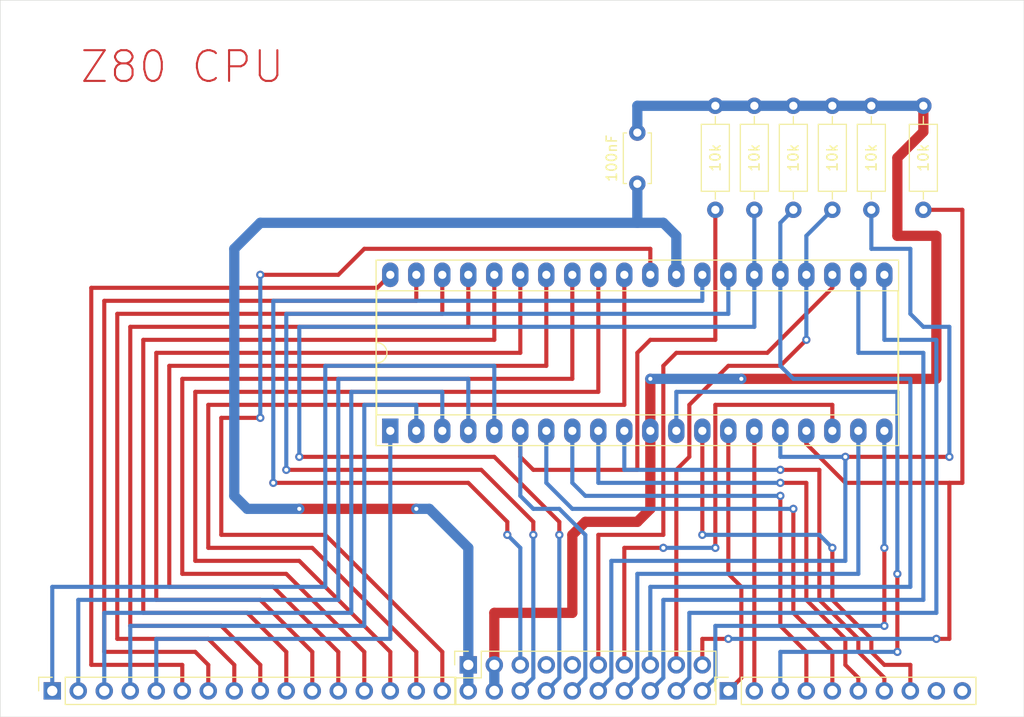
<source format=kicad_pcb>
(kicad_pcb (version 20211014) (generator pcbnew)
  (layers (0 "F.Cu" signal) (31 "B.Cu" signal) (34 "B.Paste" user) (35 "F.Paste" user) (36 "B.SilkS" user "B.Silkscreen") (37 "F.SilkS" user "F.Silkscreen") (38 "B.Mask" user) (39 "F.Mask" user) (44 "Edge.Cuts" user))
  (net 0 "")
  (footprint "Connector_PinSocket_2.54mm:PinSocket_2x10_P2.54mm_Vertical" (layer "F.Cu") (at 180.34 121.92 90)
    (fp_text reference "REF**" hide)
    (fp_text value "PinSocket_2x10_P2.54mm_Vertical" hide)
    (fp_line (start -3.87 -1.33) (end -1.27 -1.33) (layer "F.SilkS") (width 0.12))
    (fp_line (start -3.87 24.19) (end 1.33 24.19) (layer "F.SilkS") (width 0.12))
    (fp_line (start 1.33 1.27) (end 1.33 24.19) (layer "F.SilkS") (width 0.12))
    (fp_line (start -1.27 1.27) (end 1.33 1.27) (layer "F.SilkS") (width 0.12))
    (fp_line (start 1.33 -1.33) (end 1.33 0) (layer "F.SilkS") (width 0.12))
    (fp_line (start -3.87 -1.33) (end -3.87 24.19) (layer "F.SilkS") (width 0.12))
    (fp_line (start -1.27 -1.33) (end -1.27 1.27) (layer "F.SilkS") (width 0.12))
    (fp_line (start 0 -1.33) (end 1.33 -1.33) (layer "F.SilkS") (width 0.12))
    (pad "1" thru_hole rect (at 0 0 90) (size 1.7 1.7) (drill 1) (layers *.Cu *.Mask))
    (pad "2" thru_hole oval (at -2.54 0 90) (size 1.7 1.7) (drill 1) (layers *.Cu *.Mask))
    (pad "3" thru_hole oval (at 0 2.54 90) (size 1.7 1.7) (drill 1) (layers *.Cu *.Mask))
    (pad "4" thru_hole oval (at -2.54 2.54 90) (size 1.7 1.7) (drill 1) (layers *.Cu *.Mask))
    (pad "5" thru_hole oval (at 0 5.08 90) (size 1.7 1.7) (drill 1) (layers *.Cu *.Mask))
    (pad "6" thru_hole oval (at -2.54 5.08 90) (size 1.7 1.7) (drill 1) (layers *.Cu *.Mask))
    (pad "7" thru_hole oval (at 0 7.62 90) (size 1.7 1.7) (drill 1) (layers *.Cu *.Mask))
    (pad "8" thru_hole oval (at -2.54 7.62 90) (size 1.7 1.7) (drill 1) (layers *.Cu *.Mask))
    (pad "9" thru_hole oval (at 0 10.16 90) (size 1.7 1.7) (drill 1) (layers *.Cu *.Mask))
    (pad "10" thru_hole oval (at -2.54 10.16 90) (size 1.7 1.7) (drill 1) (layers *.Cu *.Mask))
    (pad "11" thru_hole oval (at 0 12.7 90) (size 1.7 1.7) (drill 1) (layers *.Cu *.Mask))
    (pad "12" thru_hole oval (at -2.54 12.7 90) (size 1.7 1.7) (drill 1) (layers *.Cu *.Mask))
    (pad "13" thru_hole oval (at 0 15.24 90) (size 1.7 1.7) (drill 1) (layers *.Cu *.Mask))
    (pad "14" thru_hole oval (at -2.54 15.24 90) (size 1.7 1.7) (drill 1) (layers *.Cu *.Mask))
    (pad "15" thru_hole oval (at 0 17.78 90) (size 1.7 1.7) (drill 1) (layers *.Cu *.Mask))
    (pad "16" thru_hole oval (at -2.54 17.78 90) (size 1.7 1.7) (drill 1) (layers *.Cu *.Mask))
    (pad "17" thru_hole oval (at 0 20.32 90) (size 1.7 1.7) (drill 1) (layers *.Cu *.Mask))
    (pad "18" thru_hole oval (at -2.54 20.32 90) (size 1.7 1.7) (drill 1) (layers *.Cu *.Mask))
    (pad "19" thru_hole oval (at 0 22.86 90) (size 1.7 1.7) (drill 1) (layers *.Cu *.Mask))
    (pad "20" thru_hole oval (at -2.54 22.86 90) (size 1.7 1.7) (drill 1) (layers *.Cu *.Mask))
  )
  (footprint "Connector_PinSocket_2.54mm:PinSocket_1x10_P2.54mm_Vertical" (layer "F.Cu") (at 205.74 124.46 90)
    (fp_text reference "REF**" hide)
    (fp_text value "PinSocket_1x10_P2.54mm_Vertical" hide)
    (fp_line (start -1.33 1.27) (end -1.33 24.19) (layer "F.SilkS") (width 0.12))
    (fp_line (start 1.33 -1.33) (end 1.33 0) (layer "F.SilkS") (width 0.12))
    (fp_line (start 0 -1.33) (end 1.33 -1.33) (layer "F.SilkS") (width 0.12))
    (fp_line (start -1.33 1.27) (end 1.33 1.27) (layer "F.SilkS") (width 0.12))
    (fp_line (start -1.33 24.19) (end 1.33 24.19) (layer "F.SilkS") (width 0.12))
    (fp_line (start 1.33 1.27) (end 1.33 24.19) (layer "F.SilkS") (width 0.12))
    (pad "1" thru_hole rect (at 0 0 90) (size 1.7 1.7) (drill 1) (layers *.Cu *.Mask))
    (pad "2" thru_hole oval (at 0 2.54 90) (size 1.7 1.7) (drill 1) (layers *.Cu *.Mask))
    (pad "3" thru_hole oval (at 0 5.08 90) (size 1.7 1.7) (drill 1) (layers *.Cu *.Mask))
    (pad "4" thru_hole oval (at 0 7.62 90) (size 1.7 1.7) (drill 1) (layers *.Cu *.Mask))
    (pad "5" thru_hole oval (at 0 10.16 90) (size 1.7 1.7) (drill 1) (layers *.Cu *.Mask))
    (pad "6" thru_hole oval (at 0 12.7 90) (size 1.7 1.7) (drill 1) (layers *.Cu *.Mask))
    (pad "7" thru_hole oval (at 0 15.24 90) (size 1.7 1.7) (drill 1) (layers *.Cu *.Mask))
    (pad "8" thru_hole oval (at 0 17.78 90) (size 1.7 1.7) (drill 1) (layers *.Cu *.Mask))
    (pad "9" thru_hole oval (at 0 20.32 90) (size 1.7 1.7) (drill 1) (layers *.Cu *.Mask))
    (pad "10" thru_hole oval (at 0 22.86 90) (size 1.7 1.7) (drill 1) (layers *.Cu *.Mask))
  )
  (footprint "Package_DIP:DIP-40_W15.24mm_Socket_LongPads" (layer "F.Cu") (at 172.72 99.06 90)
    (fp_text reference "REF**" hide)
    (fp_text value "DIP-40_W15.24mm_Socket_LongPads" hide)
    (fp_line (start 13.68 -1.33) (end 8.62 -1.33) (layer "F.SilkS") (width 0.12))
    (fp_line (start 1.56 -1.33) (end 1.56 49.59) (layer "F.SilkS") (width 0.12))
    (fp_line (start 6.62 -1.33) (end 1.56 -1.33) (layer "F.SilkS") (width 0.12))
    (fp_line (start 1.56 49.59) (end 13.68 49.59) (layer "F.SilkS") (width 0.12))
    (fp_line (start 13.68 49.59) (end 13.68 -1.33) (layer "F.SilkS") (width 0.12))
    (fp_line (start -1.44 49.65) (end 16.68 49.65) (layer "F.SilkS") (width 0.12))
    (fp_line (start 16.68 -1.39) (end -1.44 -1.39) (layer "F.SilkS") (width 0.12))
    (fp_line (start -1.44 -1.39) (end -1.44 49.65) (layer "F.SilkS") (width 0.12))
    (fp_line (start 16.68 49.65) (end 16.68 -1.39) (layer "F.SilkS") (width 0.12))
    (fp_arc (start 8.62 -1.33) (mid 7.62 -0.33) (end 6.62 -1.33) (layer "F.SilkS") (width 0.12))
    (pad "1" thru_hole rect (at 0 0 90) (size 2.4 1.6) (drill 0.8) (layers *.Cu *.Mask))
    (pad "2" thru_hole oval (at 0 2.54 90) (size 2.4 1.6) (drill 0.8) (layers *.Cu *.Mask))
    (pad "3" thru_hole oval (at 0 5.08 90) (size 2.4 1.6) (drill 0.8) (layers *.Cu *.Mask))
    (pad "4" thru_hole oval (at 0 7.62 90) (size 2.4 1.6) (drill 0.8) (layers *.Cu *.Mask))
    (pad "5" thru_hole oval (at 0 10.16 90) (size 2.4 1.6) (drill 0.8) (layers *.Cu *.Mask))
    (pad "6" thru_hole oval (at 0 12.7 90) (size 2.4 1.6) (drill 0.8) (layers *.Cu *.Mask))
    (pad "7" thru_hole oval (at 0 15.24 90) (size 2.4 1.6) (drill 0.8) (layers *.Cu *.Mask))
    (pad "8" thru_hole oval (at 0 17.78 90) (size 2.4 1.6) (drill 0.8) (layers *.Cu *.Mask))
    (pad "9" thru_hole oval (at 0 20.32 90) (size 2.4 1.6) (drill 0.8) (layers *.Cu *.Mask))
    (pad "10" thru_hole oval (at 0 22.86 90) (size 2.4 1.6) (drill 0.8) (layers *.Cu *.Mask))
    (pad "11" thru_hole oval (at 0 25.4 90) (size 2.4 1.6) (drill 0.8) (layers *.Cu *.Mask))
    (pad "12" thru_hole oval (at 0 27.94 90) (size 2.4 1.6) (drill 0.8) (layers *.Cu *.Mask))
    (pad "13" thru_hole oval (at 0 30.48 90) (size 2.4 1.6) (drill 0.8) (layers *.Cu *.Mask))
    (pad "14" thru_hole oval (at 0 33.02 90) (size 2.4 1.6) (drill 0.8) (layers *.Cu *.Mask))
    (pad "15" thru_hole oval (at 0 35.56 90) (size 2.4 1.6) (drill 0.8) (layers *.Cu *.Mask))
    (pad "16" thru_hole oval (at 0 38.1 90) (size 2.4 1.6) (drill 0.8) (layers *.Cu *.Mask))
    (pad "17" thru_hole oval (at 0 40.64 90) (size 2.4 1.6) (drill 0.8) (layers *.Cu *.Mask))
    (pad "18" thru_hole oval (at 0 43.18 90) (size 2.4 1.6) (drill 0.8) (layers *.Cu *.Mask))
    (pad "19" thru_hole oval (at 0 45.72 90) (size 2.4 1.6) (drill 0.8) (layers *.Cu *.Mask))
    (pad "20" thru_hole oval (at 0 48.26 90) (size 2.4 1.6) (drill 0.8) (layers *.Cu *.Mask))
    (pad "21" thru_hole oval (at 15.24 48.26 90) (size 2.4 1.6) (drill 0.8) (layers *.Cu *.Mask))
    (pad "22" thru_hole oval (at 15.24 45.72 90) (size 2.4 1.6) (drill 0.8) (layers *.Cu *.Mask))
    (pad "23" thru_hole oval (at 15.24 43.18 90) (size 2.4 1.6) (drill 0.8) (layers *.Cu *.Mask))
    (pad "24" thru_hole oval (at 15.24 40.64 90) (size 2.4 1.6) (drill 0.8) (layers *.Cu *.Mask))
    (pad "25" thru_hole oval (at 15.24 38.1 90) (size 2.4 1.6) (drill 0.8) (layers *.Cu *.Mask))
    (pad "26" thru_hole oval (at 15.24 35.56 90) (size 2.4 1.6) (drill 0.8) (layers *.Cu *.Mask))
    (pad "27" thru_hole oval (at 15.24 33.02 90) (size 2.4 1.6) (drill 0.8) (layers *.Cu *.Mask))
    (pad "28" thru_hole oval (at 15.24 30.48 90) (size 2.4 1.6) (drill 0.8) (layers *.Cu *.Mask))
    (pad "29" thru_hole oval (at 15.24 27.94 90) (size 2.4 1.6) (drill 0.8) (layers *.Cu *.Mask))
    (pad "30" thru_hole oval (at 15.24 25.4 90) (size 2.4 1.6) (drill 0.8) (layers *.Cu *.Mask))
    (pad "31" thru_hole oval (at 15.24 22.86 90) (size 2.4 1.6) (drill 0.8) (layers *.Cu *.Mask))
    (pad "32" thru_hole oval (at 15.24 20.32 90) (size 2.4 1.6) (drill 0.8) (layers *.Cu *.Mask))
    (pad "33" thru_hole oval (at 15.24 17.78 90) (size 2.4 1.6) (drill 0.8) (layers *.Cu *.Mask))
    (pad "34" thru_hole oval (at 15.24 15.24 90) (size 2.4 1.6) (drill 0.8) (layers *.Cu *.Mask))
    (pad "35" thru_hole oval (at 15.24 12.7 90) (size 2.4 1.6) (drill 0.8) (layers *.Cu *.Mask))
    (pad "36" thru_hole oval (at 15.24 10.16 90) (size 2.4 1.6) (drill 0.8) (layers *.Cu *.Mask))
    (pad "37" thru_hole oval (at 15.24 7.62 90) (size 2.4 1.6) (drill 0.8) (layers *.Cu *.Mask))
    (pad "38" thru_hole oval (at 15.24 5.08 90) (size 2.4 1.6) (drill 0.8) (layers *.Cu *.Mask))
    (pad "39" thru_hole oval (at 15.24 2.54 90) (size 2.4 1.6) (drill 0.8) (layers *.Cu *.Mask))
    (pad "40" thru_hole oval (at 15.24 0 90) (size 2.4 1.6) (drill 0.8) (layers *.Cu *.Mask))
  )
  (footprint "Capacitor_THT:C_Disc_D4.7mm_W2.5mm_P5.00mm" (layer "F.Cu") (at 196.85 74.93 90)
    (fp_text reference "100nF" (at 2.5 -2.5 90) (layer "F.SilkS"))
    (fp_text value "C_Disc_D4.7mm_W2.5mm_P5.00mm" hide)
    (fp_line (start 0.03 1.055) (end 0.03 1.37) (layer "F.SilkS") (width 0.12))
    (fp_line (start 0.03 -1.37) (end 0.03 -1.055) (layer "F.SilkS") (width 0.12))
    (fp_line (start 4.97 -1.37) (end 4.97 -1.055) (layer "F.SilkS") (width 0.12))
    (fp_line (start 0.03 -1.37) (end 4.97 -1.37) (layer "F.SilkS") (width 0.12))
    (fp_line (start 0.03 1.37) (end 4.97 1.37) (layer "F.SilkS") (width 0.12))
    (fp_line (start 4.97 1.055) (end 4.97 1.37) (layer "F.SilkS") (width 0.12))
    (pad "1" thru_hole circle (at 0 0 90) (size 1.6 1.6) (drill 0.8) (layers *.Cu *.Mask))
    (pad "2" thru_hole circle (at 5 0 90) (size 1.6 1.6) (drill 0.8) (layers *.Cu *.Mask))
  )
  (footprint "Resistor_THT:R_Axial_DIN0207_L6.3mm_D2.5mm_P10.16mm_Horizontal" (layer "F.Cu") (at 208.28 77.47 90)
    (fp_text reference "10k" (at 5.08 0 90) (layer "F.SilkS"))
    (fp_text value "R_Axial_DIN0207_L6.3mm_D2.5mm_P10.16mm_Horizontal" hide)
    (fp_line (start 1.04 0) (end 1.81 0) (layer "F.SilkS") (width 0.12))
    (fp_line (start 8.35 1.37) (end 8.35 -1.37) (layer "F.SilkS") (width 0.12))
    (fp_line (start 8.35 -1.37) (end 1.81 -1.37) (layer "F.SilkS") (width 0.12))
    (fp_line (start 1.81 1.37) (end 8.35 1.37) (layer "F.SilkS") (width 0.12))
    (fp_line (start 1.81 -1.37) (end 1.81 1.37) (layer "F.SilkS") (width 0.12))
    (fp_line (start 9.12 0) (end 8.35 0) (layer "F.SilkS") (width 0.12))
    (pad "1" thru_hole circle (at 0 0 90) (size 1.6 1.6) (drill 0.8) (layers F&B.Cu *.Mask))
    (pad "2" thru_hole oval (at 10.16 0 90) (size 1.6 1.6) (drill 0.8) (layers F&B.Cu *.Mask))
  )
  (footprint "Connector_PinSocket_2.54mm:PinSocket_1x16_P2.54mm_Vertical" (layer "F.Cu") (at 139.7 124.46 90)
    (fp_text reference "REF**" hide)
    (fp_text value "PinSocket_1x16_P2.54mm_Vertical" hide)
    (fp_line (start 0 -1.33) (end 1.33 -1.33) (layer "F.SilkS") (width 0.12))
    (fp_line (start -1.33 1.27) (end -1.33 39.43) (layer "F.SilkS") (width 0.12))
    (fp_line (start -1.33 1.27) (end 1.33 1.27) (layer "F.SilkS") (width 0.12))
    (fp_line (start -1.33 39.43) (end 1.33 39.43) (layer "F.SilkS") (width 0.12))
    (fp_line (start 1.33 -1.33) (end 1.33 0) (layer "F.SilkS") (width 0.12))
    (fp_line (start 1.33 1.27) (end 1.33 39.43) (layer "F.SilkS") (width 0.12))
    (pad "1" thru_hole rect (at 0 0 90) (size 1.7 1.7) (drill 1) (layers *.Cu *.Mask))
    (pad "2" thru_hole oval (at 0 2.54 90) (size 1.7 1.7) (drill 1) (layers *.Cu *.Mask))
    (pad "3" thru_hole oval (at 0 5.08 90) (size 1.7 1.7) (drill 1) (layers *.Cu *.Mask))
    (pad "4" thru_hole oval (at 0 7.62 90) (size 1.7 1.7) (drill 1) (layers *.Cu *.Mask))
    (pad "5" thru_hole oval (at 0 10.16 90) (size 1.7 1.7) (drill 1) (layers *.Cu *.Mask))
    (pad "6" thru_hole oval (at 0 12.7 90) (size 1.7 1.7) (drill 1) (layers *.Cu *.Mask))
    (pad "7" thru_hole oval (at 0 15.24 90) (size 1.7 1.7) (drill 1) (layers *.Cu *.Mask))
    (pad "8" thru_hole oval (at 0 17.78 90) (size 1.7 1.7) (drill 1) (layers *.Cu *.Mask))
    (pad "9" thru_hole oval (at 0 20.32 90) (size 1.7 1.7) (drill 1) (layers *.Cu *.Mask))
    (pad "10" thru_hole oval (at 0 22.86 90) (size 1.7 1.7) (drill 1) (layers *.Cu *.Mask))
    (pad "11" thru_hole oval (at 0 25.4 90) (size 1.7 1.7) (drill 1) (layers *.Cu *.Mask))
    (pad "12" thru_hole oval (at 0 27.94 90) (size 1.7 1.7) (drill 1) (layers *.Cu *.Mask))
    (pad "13" thru_hole oval (at 0 30.48 90) (size 1.7 1.7) (drill 1) (layers *.Cu *.Mask))
    (pad "14" thru_hole oval (at 0 33.02 90) (size 1.7 1.7) (drill 1) (layers *.Cu *.Mask))
    (pad "15" thru_hole oval (at 0 35.56 90) (size 1.7 1.7) (drill 1) (layers *.Cu *.Mask))
    (pad "16" thru_hole oval (at 0 38.1 90) (size 1.7 1.7) (drill 1) (layers *.Cu *.Mask))
  )
  (footprint "Resistor_THT:R_Axial_DIN0207_L6.3mm_D2.5mm_P10.16mm_Horizontal" (layer "F.Cu") (at 215.9 77.47 90)
    (fp_text reference "10k" (at 5.08 0 90) (layer "F.SilkS"))
    (fp_text value "R_Axial_DIN0207_L6.3mm_D2.5mm_P10.16mm_Horizontal" hide)
    (fp_line (start 1.81 1.37) (end 8.35 1.37) (layer "F.SilkS") (width 0.12))
    (fp_line (start 1.81 -1.37) (end 1.81 1.37) (layer "F.SilkS") (width 0.12))
    (fp_line (start 8.35 1.37) (end 8.35 -1.37) (layer "F.SilkS") (width 0.12))
    (fp_line (start 8.35 -1.37) (end 1.81 -1.37) (layer "F.SilkS") (width 0.12))
    (fp_line (start 1.04 0) (end 1.81 0) (layer "F.SilkS") (width 0.12))
    (fp_line (start 9.12 0) (end 8.35 0) (layer "F.SilkS") (width 0.12))
    (pad "1" thru_hole circle (at 0 0 90) (size 1.6 1.6) (drill 0.8) (layers F&B.Cu *.Mask))
    (pad "2" thru_hole oval (at 10.16 0 90) (size 1.6 1.6) (drill 0.8) (layers F&B.Cu *.Mask))
  )
  (footprint "Resistor_THT:R_Axial_DIN0207_L6.3mm_D2.5mm_P10.16mm_Horizontal" (layer "F.Cu") (at 219.71 77.47 90)
    (fp_text reference "10k" (at 5.08 0 90) (layer "F.SilkS"))
    (fp_text value "R_Axial_DIN0207_L6.3mm_D2.5mm_P10.16mm_Horizontal" hide)
    (fp_line (start 8.35 1.37) (end 8.35 -1.37) (layer "F.SilkS") (width 0.12))
    (fp_line (start 9.12 0) (end 8.35 0) (layer "F.SilkS") (width 0.12))
    (fp_line (start 8.35 -1.37) (end 1.81 -1.37) (layer "F.SilkS") (width 0.12))
    (fp_line (start 1.81 1.37) (end 8.35 1.37) (layer "F.SilkS") (width 0.12))
    (fp_line (start 1.04 0) (end 1.81 0) (layer "F.SilkS") (width 0.12))
    (fp_line (start 1.81 -1.37) (end 1.81 1.37) (layer "F.SilkS") (width 0.12))
    (pad "1" thru_hole circle (at 0 0 90) (size 1.6 1.6) (drill 0.8) (layers F&B.Cu *.Mask))
    (pad "2" thru_hole oval (at 10.16 0 90) (size 1.6 1.6) (drill 0.8) (layers F&B.Cu *.Mask))
  )
  (footprint "Resistor_THT:R_Axial_DIN0207_L6.3mm_D2.5mm_P10.16mm_Horizontal" (layer "F.Cu") (at 204.47 77.47 90)
    (fp_text reference "10k" (at 5.08 0 90) (layer "F.SilkS"))
    (fp_text value "R_Axial_DIN0207_L6.3mm_D2.5mm_P10.16mm_Horizontal" hide)
    (fp_line (start 9.12 0) (end 8.35 0) (layer "F.SilkS") (width 0.12))
    (fp_line (start 8.35 1.37) (end 8.35 -1.37) (layer "F.SilkS") (width 0.12))
    (fp_line (start 8.35 -1.37) (end 1.81 -1.37) (layer "F.SilkS") (width 0.12))
    (fp_line (start 1.81 1.37) (end 8.35 1.37) (layer "F.SilkS") (width 0.12))
    (fp_line (start 1.81 -1.37) (end 1.81 1.37) (layer "F.SilkS") (width 0.12))
    (fp_line (start 1.04 0) (end 1.81 0) (layer "F.SilkS") (width 0.12))
    (pad "1" thru_hole circle (at 0 0 90) (size 1.6 1.6) (drill 0.8) (layers *.Cu *.Mask))
    (pad "2" thru_hole oval (at 10.16 0 90) (size 1.6 1.6) (drill 0.8) (layers *.Cu *.Mask))
  )
  (footprint "Resistor_THT:R_Axial_DIN0207_L6.3mm_D2.5mm_P10.16mm_Horizontal" (layer "F.Cu") (at 212.09 77.47 90)
    (fp_text reference "10k" (at 5.08 0 90) (layer "F.SilkS"))
    (fp_text value "R_Axial_DIN0207_L6.3mm_D2.5mm_P10.16mm_Horizontal" hide)
    (fp_line (start 1.04 0) (end 1.81 0) (layer "F.SilkS") (width 0.12))
    (fp_line (start 1.81 -1.37) (end 1.81 1.37) (layer "F.SilkS") (width 0.12))
    (fp_line (start 1.81 1.37) (end 8.35 1.37) (layer "F.SilkS") (width 0.12))
    (fp_line (start 8.35 1.37) (end 8.35 -1.37) (layer "F.SilkS") (width 0.12))
    (fp_line (start 8.35 -1.37) (end 1.81 -1.37) (layer "F.SilkS") (width 0.12))
    (fp_line (start 9.12 0) (end 8.35 0) (layer "F.SilkS") (width 0.12))
    (pad "1" thru_hole circle (at 0 0 90) (size 1.6 1.6) (drill 0.8) (layers F&B.Cu *.Mask))
    (pad "2" thru_hole oval (at 10.16 0 90) (size 1.6 1.6) (drill 0.8) (layers F&B.Cu *.Mask))
  )
  (footprint "Resistor_THT:R_Axial_DIN0207_L6.3mm_D2.5mm_P10.16mm_Horizontal" (layer "F.Cu") (at 224.79 77.47 90)
    (fp_text reference "10k" (at 5.08 0 90) (layer "F.SilkS"))
    (fp_text value "R_Axial_DIN0207_L6.3mm_D2.5mm_P10.16mm_Horizontal" hide)
    (fp_line (start 8.35 1.37) (end 8.35 -1.37) (layer "F.SilkS") (width 0.12))
    (fp_line (start 8.35 -1.37) (end 1.81 -1.37) (layer "F.SilkS") (width 0.12))
    (fp_line (start 1.81 -1.37) (end 1.81 1.37) (layer "F.SilkS") (width 0.12))
    (fp_line (start 9.12 0) (end 8.35 0) (layer "F.SilkS") (width 0.12))
    (fp_line (start 1.04 0) (end 1.81 0) (layer "F.SilkS") (width 0.12))
    (fp_line (start 1.81 1.37) (end 8.35 1.37) (layer "F.SilkS") (width 0.12))
    (pad "1" thru_hole circle (at 0 0 90) (size 1.6 1.6) (drill 0.8) (layers F&B.Cu *.Mask))
    (pad "2" thru_hole oval (at 10.16 0 90) (size 1.6 1.6) (drill 0.8) (layers F&B.Cu *.Mask))
  )
  (gr_rect (start 134.62 57) (end 234.62 127) (layer "Edge.Cuts") (width 0.05) (fill none))
  (gr_text "Z80 CPU" (at 152.4 63.5) (layer "F.Cu") (effects (font (size 3 3) (thickness 0.2))))
  (segment (start 210.82 118.11) (end 213.36 120.65) (width 0.4) (layer "F.Cu") (net 0))
  (segment (start 190.5 109.22) (end 190.5 116.84) (width 1) (layer "F.Cu") (net 0))
  (segment (start 154.94 119.38) (end 146.05 119.38) (width 0.4) (layer "F.Cu") (net 0))
  (segment (start 220.98 118.11) (end 220.98 110.49) (width 0.4) (layer "F.Cu") (net 0))
  (segment (start 207.01 114.3) (end 205.74 113.03) (width 0.4) (layer "F.Cu") (net 0))
  (segment (start 175.26 120.65) (end 175.26 124.46) (width 0.4) (layer "F.Cu") (net 0))
  (segment (start 187.96 83.82) (end 187.96 92.71) (width 0.4) (layer "F.Cu") (net 0))
  (segment (start 198.12 106.68) (end 196.85 107.95) (width 1) (layer "F.Cu") (net 0))
  (segment (start 166.37 109.22) (end 156.21 109.22) (width 0.4) (layer "F.Cu") (net 0))
  (segment (start 171.45 85.09) (end 143.51 85.09) (width 0.4) (layer "F.Cu") (net 0))
  (segment (start 153.67 111.76) (end 163.83 111.76) (width 0.4) (layer "F.Cu") (net 0))
  (segment (start 170.18 81.28) (end 198.12 81.28) (width 0.4) (layer "F.Cu") (net 0))
  (segment (start 193.04 83.82) (end 193.04 95.25) (width 0.4) (layer "F.Cu") (net 0))
  (segment (start 207.01 93.98) (end 226.06 93.98) (width 1) (layer "F.Cu") (net 0))
  (segment (start 180.34 83.82) (end 180.34 88.9) (width 0.4) (layer "F.Cu") (net 0))
  (segment (start 170.18 120.65) (end 170.18 124.46) (width 0.4) (layer "F.Cu") (net 0))
  (segment (start 227.33 119.38) (end 227.33 104.14) (width 0.4) (layer "F.Cu") (net 0))
  (segment (start 187.96 92.71) (end 151.13 92.71) (width 0.4) (layer "F.Cu") (net 0))
  (segment (start 222.25 72.39) (end 224.79 69.85) (width 1) (layer "F.Cu") (net 0))
  (segment (start 218.44 119.38) (end 214.63 115.57) (width 0.4) (layer "F.Cu") (net 0))
  (segment (start 218.44 123.19) (end 217.17 121.92) (width 0.4) (layer "F.Cu") (net 0))
  (segment (start 207.01 123.19) (end 207.01 114.3) (width 0.4) (layer "F.Cu") (net 0))
  (segment (start 161.29 114.3) (end 167.64 120.65) (width 0.4) (layer "F.Cu") (net 0))
  (segment (start 185.42 83.82) (end 185.42 91.44) (width 0.4) (layer "F.Cu") (net 0))
  (segment (start 186.69 102.87) (end 196.85 102.87) (width 0.4) (layer "F.Cu") (net 0))
  (segment (start 203.2 109.22) (end 203.2 99.06) (width 0.4) (layer "F.Cu") (net 0))
  (segment (start 191.77 107.95) (end 190.5 109.22) (width 1) (layer "F.Cu") (net 0))
  (segment (start 180.34 104.14) (end 161.29 104.14) (width 0.4) (layer "F.Cu") (net 0))
  (segment (start 195.58 110.49) (end 199.39 110.49) (width 0.4) (layer "F.Cu") (net 0))
  (segment (start 186.69 107.95) (end 186.69 109.22) (width 0.4) (layer "F.Cu") (net 0))
  (segment (start 162.56 102.87) (end 181.61 102.87) (width 0.4) (layer "F.Cu") (net 0))
  (segment (start 147.32 118.11) (end 156.21 118.11) (width 0.4) (layer "F.Cu") (net 0))
  (segment (start 177.8 120.65) (end 166.37 109.22) (width 0.4) (layer "F.Cu") (net 0))
  (segment (start 167.64 83.82) (end 170.18 81.28) (width 0.4) (layer "F.Cu") (net 0))
  (segment (start 226.06 119.38) (end 227.33 119.38) (width 0.4) (layer "F.Cu") (net 0))
  (segment (start 226.06 93.98) (end 226.06 80.01) (width 1) (layer "F.Cu") (net 0))
  (segment (start 175.26 83.82) (end 175.26 86.36) (width 0.4) (layer "F.Cu") (net 0))
  (segment (start 198.12 99.06) (end 198.12 106.68) (width 1) (layer "F.Cu") (net 0))
  (segment (start 226.06 80.01) (end 222.25 80.01) (width 1) (layer "F.Cu") (net 0))
  (segment (start 156.21 118.11) (end 160.02 121.92) (width 0.4) (layer "F.Cu") (net 0))
  (segment (start 149.86 115.57) (end 160.02 115.57) (width 0.4) (layer "F.Cu") (net 0))
  (segment (start 152.4 113.03) (end 162.56 113.03) (width 0.4) (layer "F.Cu") (net 0))
  (segment (start 217.17 104.14) (end 213.36 100.33) (width 0.4) (layer "F.Cu") (net 0))
  (segment (start 154.94 121.92) (end 154.94 124.46) (width 0.4) (layer "F.Cu") (net 0))
  (segment (start 157.48 121.92) (end 154.94 119.38) (width 0.4) (layer "F.Cu") (net 0))
  (segment (start 172.72 120.65) (end 172.72 124.46) (width 0.4) (layer "F.Cu") (net 0))
  (segment (start 144.78 86.36) (end 144.78 120.65) (width 0.4) (layer "F.Cu") (net 0))
  (segment (start 196.85 102.87) (end 196.85 91.44) (width 0.4) (layer "F.Cu") (net 0))
  (segment (start 177.8 124.46) (end 177.8 120.65) (width 0.4) (layer "F.Cu") (net 0))
  (segment (start 157.48 124.46) (end 157.48 121.92) (width 0.4) (layer "F.Cu") (net 0))
  (segment (start 147.32 88.9) (end 147.32 118.11) (width 0.4) (layer "F.Cu") (net 0))
  (segment (start 190.5 83.82) (end 190.5 93.98) (width 0.4) (layer "F.Cu") (net 0))
  (segment (start 146.05 119.38) (end 146.05 87.63) (width 0.4) (layer "F.Cu") (net 0))
  (segment (start 199.39 109.22) (end 199.39 92.71) (width 0.4) (layer "F.Cu") (net 0))
  (segment (start 175.26 86.36) (end 144.78 86.36) (width 0.4) (layer "F.Cu") (net 0))
  (segment (start 182.88 90.17) (end 182.88 83.82) (width 0.4) (layer "F.Cu") (net 0))
  (segment (start 214.63 115.57) (end 214.63 102.87) (width 0.4) (layer "F.Cu") (net 0))
  (segment (start 146.05 87.63) (end 177.8 87.63) (width 0.4) (layer "F.Cu") (net 0))
  (segment (start 151.13 92.71) (end 151.13 114.3) (width 0.4) (layer "F.Cu") (net 0))
  (segment (start 204.47 90.17) (end 204.47 77.47) (width 0.4) (layer "F.Cu") (net 0))
  (segment (start 195.58 83.82) (end 195.58 96.52) (width 0.4) (layer "F.Cu") (net 0))
  (segment (start 215.9 99.06) (end 215.9 96.52) (width 0.4) (layer "F.Cu") (net 0))
  (segment (start 208.28 124.46) (end 208.28 99.06) (width 0.4) (layer "F.Cu") (net 0))
  (segment (start 219.71 119.38) (end 219.71 120.65) (width 0.4) (layer "F.Cu") (net 0))
  (segment (start 228.6 104.14) (end 227.33 104.14) (width 0.4) (layer "F.Cu") (net 0))
  (segment (start 153.67 95.25) (end 153.67 111.76) (width 0.4) (layer "F.Cu") (net 0))
  (segment (start 223.52 121.92) (end 223.52 124.46) (width 0.4) (layer "F.Cu") (net 0))
  (segment (start 162.56 120.65) (end 158.75 116.84) (width 0.4) (layer "F.Cu") (net 0))
  (segment (start 205.74 124.46) (end 207.01 123.19) (width 0.4) (layer "F.Cu") (net 0))
  (segment (start 196.85 107.95) (end 191.77 107.95) (width 1) (layer "F.Cu") (net 0))
  (segment (start 177.8 87.63) (end 177.8 83.82) (width 0.4) (layer "F.Cu") (net 0))
  (segment (start 217.17 119.38) (end 213.36 115.57) (width 0.4) (layer "F.Cu") (net 0))
  (segment (start 213.36 120.65) (end 213.36 124.46) (width 0.4) (layer "F.Cu") (net 0))
  (segment (start 224.79 69.85) (end 224.79 67.31) (width 1) (layer "F.Cu") (net 0))
  (segment (start 196.85 91.44) (end 198.12 90.17) (width 0.4) (layer "F.Cu") (net 0))
  (segment (start 152.4 121.92) (end 152.4 124.46) (width 0.4) (layer "F.Cu") (net 0))
  (segment (start 193.04 95.25) (end 153.67 95.25) (width 0.4) (layer "F.Cu") (net 0))
  (segment (start 154.94 96.52) (end 154.94 110.49) (width 0.4) (layer "F.Cu") (net 0))
  (segment (start 151.13 114.3) (end 161.29 114.3) (width 0.4) (layer "F.Cu") (net 0))
  (segment (start 198.12 81.28) (end 198.12 83.82) (width 0.4) (layer "F.Cu") (net 0))
  (segment (start 180.34 88.9) (end 147.32 88.9) (width 0.4) (layer "F.Cu") (net 0))
  (segment (start 219.71 120.65) (end 220.98 121.92) (width 0.4) (layer "F.Cu") (net 0))
  (segment (start 185.42 99.06) (end 185.42 101.6) (width 0.4) (layer "F.Cu") (net 0))
  (segment (start 152.4 93.98) (end 152.4 113.03) (width 0.4) (layer "F.Cu") (net 0))
  (segment (start 220.98 123.19) (end 218.44 120.65) (width 0.4) (layer "F.Cu") (net 0))
  (segment (start 156.21 97.79) (end 160.02 97.79) (width 0.4) (layer "F.Cu") (net 0))
  (segment (start 217.17 121.92) (end 217.17 119.38) (width 0.4) (layer "F.Cu") (net 0))
  (segment (start 213.36 115.57) (end 213.36 104.14) (width 0.4) (layer "F.Cu") (net 0))
  (segment (start 218.44 120.65) (end 218.44 119.38) (width 0.4) (layer "F.Cu") (net 0))
  (segment (start 190.5 93.98) (end 152.4 93.98) (width 0.4) (layer "F.Cu") (net 0))
  (segment (start 184.15 107.95) (end 180.34 104.14) (width 0.4) (layer "F.Cu") (net 0))
  (segment (start 143.51 121.92) (end 152.4 121.92) (width 0.4) (layer "F.Cu") (net 0))
  (segment (start 149.86 91.44) (end 149.86 115.57) (width 0.4) (layer "F.Cu") (net 0))
  (segment (start 215.9 85.09) (end 215.9 83.82) (width 0.4) (layer "F.Cu") (net 0))
  (segment (start 162.56 113.03) (end 170.18 120.65) (width 0.4) (layer "F.Cu") (net 0))
  (segment (start 220.98 121.92) (end 223.52 121.92) (width 0.4) (layer "F.Cu") (net 0))
  (segment (start 160.02 115.57) (end 165.1 120.65) (width 0.4) (layer "F.Cu") (net 0))
  (segment (start 213.36 104.14) (end 210.82 104.14) (width 0.4) (layer "F.Cu") (net 0))
  (segment (start 222.25 120.65) (end 222.25 113.03) (width 0.4) (layer "F.Cu") (net 0))
  (segment (start 205.74 113.03) (end 205.74 99.06) (width 0.4) (layer "F.Cu") (net 0))
  (segment (start 175.26 106.68) (end 163.83 106.68) (width 1) (layer "F.Cu") (net 0))
  (segment (start 215.9 115.57) (end 219.71 119.38) (width 0.4) (layer "F.Cu") (net 0))
  (segment (start 165.1 120.65) (end 165.1 124.46) (width 0.4) (layer "F.Cu") (net 0))
  (segment (start 195.58 121.92) (end 195.58 110.49) (width 0.4) (layer "F.Cu") (net 0))
  (segment (start 193.04 109.22) (end 199.39 109.22) (width 0.4) (layer "F.Cu") (net 0))
  (segment (start 218.44 124.46) (end 218.44 123.19) (width 0.4) (layer "F.Cu") (net 0))
  (segment (start 182.88 116.84) (end 182.88 121.92) (width 1) (layer "F.Cu") (net 0))
  (segment (start 205.74 119.38) (end 203.2 119.38) (width 0.4) (layer "F.Cu") (net 0))
  (segment (start 209.55 91.44) (end 215.9 85.09) (width 0.4) (layer "F.Cu") (net 0))
  (segment (start 148.59 116.84) (end 148.59 90.17) (width 0.4) (layer "F.Cu") (net 0))
  (segment (start 153.67 120.65) (end 154.94 121.92) (width 0.4) (layer "F.Cu") (net 0))
  (segment (start 203.2 119.38) (end 203.2 121.92) (width 0.4) (layer "F.Cu") (net 0))
  (segment (start 224.79 77.47) (end 228.6 77.47) (width 0.4) (layer "F.Cu") (net 0))
  (segment (start 143.51 85.09) (end 143.51 121.92) (width 0.4) (layer "F.Cu") (net 0))
  (segment (start 215.9 110.49) (end 215.9 115.57) (width 0.4) (layer "F.Cu") (net 0))
  (segment (start 184.15 109.22) (end 184.15 107.95) (width 0.4) (layer "F.Cu") (net 0))
  (segment (start 189.23 107.95) (end 189.23 109.22) (width 0.4) (layer "F.Cu") (net 0))
  (segment (start 172.72 83.82) (end 171.45 85.09) (width 0.4) (layer "F.Cu") (net 0))
  (segment (start 167.64 120.65) (end 167.64 124.46) (width 0.4) (layer "F.Cu") (net 0))
  (segment (start 148.59 90.17) (end 182.88 90.17) (width 0.4) (layer "F.Cu") (net 0))
  (segment (start 217.17 101.6) (end 227.33 101.6) (width 0.4) (layer "F.Cu") (net 0))
  (segment (start 144.78 120.65) (end 153.67 120.65) (width 0.4) (layer "F.Cu") (net 0))
  (segment (start 200.66 91.44) (end 209.55 91.44) (width 0.4) (layer "F.Cu") (net 0))
  (segment (start 200.66 102.87) (end 200.66 121.92) (width 0.4) (layer "F.Cu") (net 0))
  (segment (start 165.1 110.49) (end 175.26 120.65) (width 0.4) (layer "F.Cu") (net 0))
  (segment (start 181.61 102.87) (end 186.69 107.95) (width 0.4) (layer "F.Cu") (net 0))
  (segment (start 228.6 77.47) (end 228.6 104.14) (width 0.4) (layer "F.Cu") (net 0))
  (segment (start 160.02 121.92) (end 160.02 124.46) (width 0.4) (layer "F.Cu") (net 0))
  (segment (start 214.63 102.87) (end 210.82 102.87) (width 0.4) (layer "F.Cu") (net 0))
  (segment (start 210.82 105.41) (end 210.82 118.11) (width 0.4) (layer "F.Cu") (net 0))
  (segment (start 198.12 99.06) (end 198.12 93.98) (width 1) (layer "F.Cu") (net 0))
  (segment (start 227.33 104.14) (end 217.17 104.14) (width 0.4) (layer "F.Cu") (net 0))
  (segment (start 190.5 116.84) (end 182.88 116.84) (width 1) (layer "F.Cu") (net 0))
  (segment (start 193.04 121.92) (end 193.04 109.22) (width 0.4) (layer "F.Cu") (net 0))
  (segment (start 162.56 124.46) (end 162.56 120.65) (width 0.4) (layer "F.Cu") (net 0))
  (segment (start 158.75 116.84) (end 148.59 116.84) (width 0.4) (layer "F.Cu") (net 0))
  (segment (start 182.88 101.6) (end 189.23 107.95) (width 0.4) (layer "F.Cu") (net 0))
  (segment (start 204.47 96.52) (end 204.47 110.49) (width 0.4) (layer "F.Cu") (net 0))
  (segment (start 163.83 111.76) (end 172.72 120.65) (width 0.4) (layer "F.Cu") (net 0))
  (segment (start 205.74 92.71) (end 201.93 96.52) (width 0.4) (layer "F.Cu") (net 0))
  (segment (start 212.09 116.84) (end 215.9 120.65) (width 0.4) (layer "F.Cu") (net 0))
  (segment (start 220.98 124.46) (end 220.98 123.19) (width 0.4) (layer "F.Cu") (net 0))
  (segment (start 215.9 120.65) (end 215.9 124.46) (width 0.4) (layer "F.Cu") (net 0))
  (segment (start 210.82 92.71) (end 205.74 92.71) (width 0.4) (layer "F.Cu") (net 0))
  (segment (start 163.83 101.6) (end 182.88 101.6) (width 0.4) (layer "F.Cu") (net 0))
  (segment (start 201.93 101.6) (end 200.66 102.87) (width 0.4) (layer "F.Cu") (net 0))
  (segment (start 185.42 91.44) (end 149.86 91.44) (width 0.4) (layer "F.Cu") (net 0))
  (segment (start 212.09 106.68) (end 212.09 116.84) (width 0.4) (layer "F.Cu") (net 0))
  (segment (start 199.39 92.71) (end 200.66 91.44) (width 0.4) (layer "F.Cu") (net 0))
  (segment (start 222.25 80.01) (end 222.25 72.39) (width 1) (layer "F.Cu") (net 0))
  (segment (start 195.58 96.52) (end 154.94 96.52) (width 0.4) (layer "F.Cu") (net 0))
  (segment (start 156.21 109.22) (end 156.21 97.79) (width 0.4) (layer "F.Cu") (net 0))
  (segment (start 154.94 110.49) (end 165.1 110.49) (width 0.4) (layer "F.Cu") (net 0))
  (segment (start 213.36 90.17) (end 210.82 92.71) (width 0.4) (layer "F.Cu") (net 0))
  (segment (start 201.93 96.52) (end 201.93 101.6) (width 0.4) (layer "F.Cu") (net 0))
  (segment (start 185.42 101.6) (end 186.69 102.87) (width 0.4) (layer "F.Cu") (net 0))
  (segment (start 198.12 90.17) (end 204.47 90.17) (width 0.4) (layer "F.Cu") (net 0))
  (segment (start 160.02 83.82) (end 167.64 83.82) (width 0.4) (layer "F.Cu") (net 0))
  (segment (start 215.9 96.52) (end 204.47 96.52) (width 0.4) (layer "F.Cu") (net 0))
  (segment (start 213.36 100.33) (end 213.36 99.06) (width 0.4) (layer "F.Cu") (net 0))
  (via (at 186.69 109.22) (size 0.8) (drill 0.4) (layers "F.Cu" "B.Cu") (net 0))
  (via (at 203.2 109.22) (size 0.8) (drill 0.4) (layers "F.Cu" "B.Cu") (net 0))
  (via (at 222.25 120.65) (size 0.8) (drill 0.4) (layers "F.Cu" "B.Cu") (net 0))
  (via (at 160.02 83.82) (size 0.8) (drill 0.4) (layers "F.Cu" "B.Cu") (net 0))
  (via (at 199.39 110.49) (size 0.8) (drill 0.4) (layers "F.Cu" "B.Cu") (net 0))
  (via (at 205.74 119.38) (size 0.8) (drill 0.4) (layers "F.Cu" "B.Cu") (net 0))
  (via (at 160.02 97.79) (size 0.8) (drill 0.4) (layers "F.Cu" "B.Cu") (net 0))
  (via (at 207.01 93.98) (size 1) (drill 0.4) (layers "F.Cu" "B.Cu") (net 0))
  (via (at 210.82 105.41) (size 0.8) (drill 0.4) (layers "F.Cu" "B.Cu") (net 0))
  (via (at 226.06 119.38) (size 0.8) (drill 0.4) (layers "F.Cu" "B.Cu") (net 0))
  (via (at 222.25 113.03) (size 0.8) (drill 0.4) (layers "F.Cu" "B.Cu") (net 0))
  (via (at 204.47 110.49) (size 0.8) (drill 0.4) (layers "F.Cu" "B.Cu") (net 0))
  (via (at 220.98 118.11) (size 0.8) (drill 0.4) (layers "F.Cu" "B.Cu") (net 0))
  (via (at 213.36 90.17) (size 0.8) (drill 0.4) (layers "F.Cu" "B.Cu") (net 0))
  (via (at 163.83 101.6) (size 0.8) (drill 0.4) (layers "F.Cu" "B.Cu") (net 0))
  (via (at 212.09 106.68) (size 0.8) (drill 0.4) (layers "F.Cu" "B.Cu") (net 0))
  (via (at 220.98 110.49) (size 0.8) (drill 0.4) (layers "F.Cu" "B.Cu") (net 0))
  (via (at 210.82 102.87) (size 0.8) (drill 0.4) (layers "F.Cu" "B.Cu") (net 0))
  (via (at 198.12 93.98) (size 1) (drill 0.4) (layers "F.Cu" "B.Cu") (net 0))
  (via (at 217.17 101.6) (size 0.8) (drill 0.4) (layers "F.Cu" "B.Cu") (net 0))
  (via (at 175.26 106.68) (size 1) (drill 0.4) (layers "F.Cu" "B.Cu") (net 0))
  (via (at 189.23 109.22) (size 0.8) (drill 0.4) (layers "F.Cu" "B.Cu") (net 0))
  (via (at 184.15 109.22) (size 0.8) (drill 0.4) (layers "F.Cu" "B.Cu") (net 0))
  (via (at 215.9 110.49) (size 0.8) (drill 0.4) (layers "F.Cu" "B.Cu") (net 0))
  (via (at 210.82 104.14) (size 0.8) (drill 0.4) (layers "F.Cu" "B.Cu") (net 0))
  (via (at 161.29 104.14) (size 0.8) (drill 0.4) (layers "F.Cu" "B.Cu") (net 0))
  (via (at 163.83 106.68) (size 1) (drill 0.4) (layers "F.Cu" "B.Cu") (net 0))
  (via (at 162.56 102.87) (size 0.8) (drill 0.4) (layers "F.Cu" "B.Cu") (net 0))
  (via (at 227.33 101.6) (size 0.8) (drill 0.4) (layers "F.Cu" "B.Cu") (net 0))
  (segment (start 166.37 92.71) (end 182.88 92.71) (width 0.4) (layer "B.Cu") (net 0))
  (segment (start 201.93 116.84) (end 226.06 116.84) (width 0.4) (layer "B.Cu") (net 0))
  (segment (start 210.82 104.14) (end 193.04 104.14) (width 0.4) (layer "B.Cu") (net 0))
  (segment (start 157.48 81.28) (end 160.02 78.74) (width 1) (layer "B.Cu") (net 0))
  (segment (start 185.42 99.06) (end 185.42 105.41) (width 0.4) (layer "B.Cu") (net 0))
  (segment (start 191.77 105.41) (end 190.5 104.14) (width 0.4) (layer "B.Cu") (net 0))
  (segment (start 199.39 123.19) (end 199.39 115.57) (width 0.4) (layer "B.Cu") (net 0))
  (segment (start 170.18 96.52) (end 170.18 118.11) (width 0.4) (layer "B.Cu") (net 0))
  (segment (start 200.66 99.06) (end 200.66 95.25) (width 0.4) (layer "B.Cu") (net 0))
  (segment (start 214.63 109.22) (end 215.9 110.49) (width 0.4) (layer "B.Cu") (net 0))
  (segment (start 208.28 83.82) (end 208.28 88.9) (width 0.4) (layer "B.Cu") (net 0))
  (segment (start 198.12 121.92) (end 198.12 114.3) (width 0.4) (layer "B.Cu") (net 0))
  (segment (start 195.58 102.87) (end 210.82 102.87) (width 0.4) (layer "B.Cu") (net 0))
  (segment (start 205.74 87.63) (end 205.74 83.82) (width 0.4) (layer "B.Cu") (net 0))
  (segment (start 177.8 95.25) (end 177.8 99.06) (width 0.4) (layer "B.Cu") (net 0))
  (segment (start 195.58 124.46) (end 196.85 123.19) (width 0.4) (layer "B.Cu") (net 0))
  (segment (start 180.34 93.98) (end 167.64 93.98) (width 0.4) (layer "B.Cu") (net 0))
  (segment (start 217.17 111.76) (end 217.17 101.6) (width 0.4) (layer "B.Cu") (net 0))
  (segment (start 210.82 92.71) (end 210.82 83.82) (width 0.4) (layer "B.Cu") (net 0))
  (segment (start 200.66 95.25) (end 222.25 95.25) (width 0.4) (layer "B.Cu") (net 0))
  (segment (start 144.78 124.46) (end 144.78 116.84) (width 0.4) (layer "B.Cu") (net 0))
  (segment (start 163.83 88.9) (end 163.83 101.6) (width 0.4) (layer "B.Cu") (net 0))
  (segment (start 219.71 67.31) (end 215.9 67.31) (width 1) (layer "B.Cu") (net 0))
  (segment (start 227.33 88.9) (end 224.79 88.9) (width 0.4) (layer "B.Cu") (net 0))
  (segment (start 170.18 118.11) (end 147.32 118.11) (width 0.4) (layer "B.Cu") (net 0))
  (segment (start 198.12 114.3) (end 223.52 114.3) (width 0.4) (layer "B.Cu") (net 0))
  (segment (start 180.34 124.46) (end 180.34 121.92) (width 1) (layer "B.Cu") (net 0))
  (segment (start 208.28 83.82) (end 208.28 77.47) (width 0.4) (layer "B.Cu") (net 0))
  (segment (start 223.52 114.3) (end 223.52 93.98) (width 0.4) (layer "B.Cu") (net 0))
  (segment (start 210.82 78.74) (end 212.09 77.47) (width 0.4) (layer "B.Cu") (net 0))
  (segment (start 187.96 124.46) (end 189.23 123.19) (width 0.4) (layer "B.Cu") (net 0))
  (segment (start 219.71 81.28) (end 219.71 77.47) (width 0.4) (layer "B.Cu") (net 0))
  (segment (start 203.2 109.22) (end 214.63 109.22) (width 0.4) (layer "B.Cu") (net 0))
  (segment (start 196.85 67.31) (end 196.85 69.93) (width 1) (layer "B.Cu") (net 0))
  (segment (start 185.42 105.41) (end 186.69 106.68) (width 0.4) (layer "B.Cu") (net 0))
  (segment (start 189.23 123.19) (end 189.23 109.22) (width 0.4) (layer "B.Cu") (net 0))
  (segment (start 222.25 120.65) (end 210.82 120.65) (width 0.4) (layer "B.Cu") (net 0))
  (segment (start 180.34 110.49) (end 176.53 106.68) (width 1) (layer "B.Cu") (net 0))
  (segment (start 161.29 104.14) (end 161.29 86.36) (width 0.4) (layer "B.Cu") (net 0))
  (segment (start 176.53 106.68) (end 175.26 106.68) (width 1) (layer "B.Cu") (net 0))
  (segment (start 190.5 104.14) (end 190.5 99.06) (width 0.4) (layer "B.Cu") (net 0))
  (segment (start 196.85 78.74) (end 199.39 78.74) (width 1) (layer "B.Cu") (net 0))
  (segment (start 194.31 123.19) (end 194.31 111.76) (width 0.4) (layer "B.Cu") (net 0))
  (segment (start 224.79 115.57) (end 224.79 91.44) (width 0.4) (layer "B.Cu") (net 0))
  (segment (start 185.42 121.92) (end 185.42 110.49) (width 0.4) (layer "B.Cu") (net 0))
  (segment (start 220.98 90.17) (end 220.98 83.82) (width 0.4) (layer "B.Cu") (net 0))
  (segment (start 208.28 67.31) (end 196.85 67.31) (width 1) (layer "B.Cu") (net 0))
  (segment (start 200.66 80.01) (end 200.66 83.82) (width 1) (layer "B.Cu") (net 0))
  (segment (start 218.44 113.03) (end 218.44 99.06) (width 0.4) (layer "B.Cu") (net 0))
  (segment (start 227.33 101.6) (end 227.33 88.9) (width 0.4) (layer "B.Cu") (net 0))
  (segment (start 223.52 81.28) (end 219.71 81.28) (width 0.4) (layer "B.Cu") (net 0))
  (segment (start 201.93 123.19) (end 201.93 116.84) (width 0.4) (layer "B.Cu") (net 0))
  (segment (start 182.88 124.46) (end 182.88 121.92) (width 1) (layer "B.Cu") (net 0))
  (segment (start 166.37 114.3) (end 166.37 92.71) (width 0.4) (layer "B.Cu") (net 0))
  (segment (start 160.02 97.79) (end 160.02 83.82) (width 0.4) (layer "B.Cu") (net 0))
  (segment (start 172.72 119.38) (end 172.72 99.06) (width 0.4) (layer "B.Cu") (net 0))
  (segment (start 220.98 110.49) (end 220.98 99.06) (width 0.4) (layer "B.Cu") (net 0))
  (segment (start 158.75 106.68) (end 157.48 105.41) (width 1) (layer "B.Cu") (net 0))
  (segment (start 224.79 91.44) (end 218.44 91.44) (width 0.4) (layer "B.Cu") (net 0))
  (segment (start 180.34 121.92) (end 180.34 110.49) (width 1) (layer "B.Cu") (net 0))
  (segment (start 217.17 101.6) (end 210.82 101.6) (width 0.4) (layer "B.Cu") (net 0))
  (segment (start 162.56 87.63) (end 205.74 87.63) (width 0.4) (layer "B.Cu") (net 0))
  (segment (start 210.82 83.82) (end 210.82 78.74) (width 0.4) (layer "B.Cu") (net 0))
  (segment (start 144.78 116.84) (end 168.91 116.84) (width 0.4) (layer "B.Cu") (net 0))
  (segment (start 195.58 99.06) (end 195.58 102.87) (width 0.4) (layer "B.Cu") (net 0))
  (segment (start 199.39 115.57) (end 224.79 115.57) (width 0.4) (layer "B.Cu") (net 0))
  (segment (start 222.25 95.25) (end 222.25 113.03) (width 0.4) (layer "B.Cu") (net 0))
  (segment (start 182.88 92.71) (end 182.88 99.06) (width 0.4) (layer "B.Cu") (net 0))
  (segment (start 223.52 93.98) (end 212.09 93.98) (width 0.4) (layer "B.Cu") (net 0))
  (segment (start 204.47 110.49) (end 199.39 110.49) (width 0.4) (layer "B.Cu") (net 0))
  (segment (start 196.85 113.03) (end 218.44 113.03) (width 0.4) (layer "B.Cu") (net 0))
  (segment (start 185.42 110.49) (end 184.15 109.22) (width 0.4) (layer "B.Cu") (net 0))
  (segment (start 168.91 116.84) (end 168.91 95.25) (width 0.4) (layer "B.Cu") (net 0))
  (segment (start 212.09 67.31) (end 208.28 67.31) (width 1) (layer "B.Cu") (net 0))
  (segment (start 163.83 106.68) (end 158.75 106.68) (width 1) (layer "B.Cu") (net 0))
  (segment (start 226.06 116.84) (end 226.06 90.17) (width 0.4) (layer "B.Cu") (net 0))
  (segment (start 198.12 124.46) (end 199.39 123.19) (width 0.4) (layer "B.Cu") (net 0))
  (segment (start 149.86 124.46) (end 149.86 119.38) (width 0.4) (layer "B.Cu") (net 0))
  (segment (start 204.47 118.11) (end 204.47 123.19) (width 0.4) (layer "B.Cu") (net 0))
  (segment (start 220.98 118.11) (end 204.47 118.11) (width 0.4) (layer "B.Cu") (net 0))
  (segment (start 224.79 88.9) (end 223.52 87.63) (width 0.4) (layer "B.Cu") (net 0))
  (segment (start 205.74 119.38) (end 226.06 119.38) (width 0.4) (layer "B.Cu") (net 0))
  (segment (start 160.02 78.74) (end 196.85 78.74) (width 1) (layer "B.Cu") (net 0))
  (segment (start 208.28 67.31) (end 204.47 67.31) (width 1) (layer "B.Cu") (net 0))
  (segment (start 199.39 78.74) (end 200.66 80.01) (width 1) (layer "B.Cu") (net 0))
  (segment (start 212.09 93.98) (end 210.82 92.71) (width 0.4) (layer "B.Cu") (net 0))
  (segment (start 168.91 95.25) (end 177.8 95.25) (width 0.4) (layer "B.Cu") (net 0))
  (segment (start 162.56 102.87) (end 162.56 87.63) (width 0.4) (layer "B.Cu") (net 0))
  (segment (start 186.69 123.19) (end 186.69 109.22) (width 0.4) (layer "B.Cu") (net 0))
  (segment (start 139.7 124.46) (end 139.7 114.3) (width 0.4) (layer "B.Cu") (net 0))
  (segment (start 210.82 105.41) (end 191.77 105.41) (width 0.4) (layer "B.Cu") (net 0))
  (segment (start 212.09 106.68) (end 190.5 106.68) (width 0.4) (layer "B.Cu") (net 0))
  (segment (start 213.36 90.17) (end 213.36 83.82) (width 0.4) (layer "B.Cu") (net 0))
  (segment (start 226.06 90.17) (end 220.98 90.17) (width 0.4) (layer "B.Cu") (net 0))
  (segment (start 210.82 101.6) (end 210.82 99.06) (width 0.4) (layer "B.Cu") (net 0))
  (segment (start 213.36 83.82) (end 213.36 80.01) (width 0.4) (layer "B.Cu") (net 0))
  (segment (start 167.64 115.57) (end 142.24 115.57) (width 0.4) (layer "B.Cu") (net 0))
  (segment (start 190.5 106.68) (end 187.96 104.14) (width 0.4) (layer "B.Cu") (net 0))
  (segment (start 218.44 91.44) (end 218.44 83.82) (width 0.4) (layer "B.Cu") (net 0))
  (segment (start 189.23 106.68) (end 191.77 109.22) (width 0.4) (layer "B.Cu") (net 0))
  (segment (start 213.36 80.01) (end 215.9 77.47) (width 0.4) (layer "B.Cu") (net 0))
  (segment (start 210.82 120.65) (end 210.82 124.46) (width 0.4) (layer "B.Cu") (net 0))
  (segment (start 193.04 124.46) (end 194.31 123.19) (width 0.4) (layer "B.Cu") (net 0))
  (segment (start 180.34 99.06) (end 180.34 93.98) (width 0.4) (layer "B.Cu") (net 0))
  (segment (start 196.85 78.74) (end 196.85 74.93) (width 1) (layer "B.Cu") (net 0))
  (segment (start 204.47 123.19) (end 203.2 124.46) (width 0.4) (layer "B.Cu") (net 0))
  (segment (start 198.12 93.98) (end 207.01 93.98) (width 1) (layer "B.Cu") (net 0))
  (segment (start 208.28 88.9) (end 163.83 88.9) (width 0.4) (layer "B.Cu") (net 0))
  (segment (start 175.26 96.52) (end 170.18 96.52) (width 0.4) (layer "B.Cu") (net 0))
  (segment (start 196.85 123.19) (end 196.85 113.03) (width 0.4) (layer "B.Cu") (net 0))
  (segment (start 157.48 105.41) (end 157.48 81.28) (width 1) (layer "B.Cu") (net 0))
  (segment (start 223.52 87.63) (end 223.52 81.28) (width 0.4) (layer "B.Cu") (net 0))
  (segment (start 200.66 124.46) (end 201.93 123.19) (width 0.4) (layer "B.Cu") (net 0))
  (segment (start 191.77 109.22) (end 191.77 123.19) (width 0.4) (layer "B.Cu") (net 0))
  (segment (start 139.7 114.3) (end 166.37 114.3) (width 0.4) (layer "B.Cu") (net 0))
  (segment (start 149.86 119.38) (end 172.72 119.38) (width 0.4) (layer "B.Cu") (net 0))
  (segment (start 185.42 124.46) (end 186.69 123.19) (width 0.4) (layer "B.Cu") (net 0))
  (segment (start 142.24 115.57) (end 142.24 124.46) (width 0.4) (layer "B.Cu") (net 0))
  (segment (start 193.04 104.14) (end 193.04 99.06) (width 0.4) (layer "B.Cu") (net 0))
  (segment (start 224.79 67.31) (end 219.71 67.31) (width 1) (layer "B.Cu") (net 0))
  (segment (start 167.64 93.98) (end 167.64 115.57) (width 0.4) (layer "B.Cu") (net 0))
  (segment (start 161.29 86.36) (end 203.2 86.36) (width 0.4) (layer "B.Cu") (net 0))
  (segment (start 187.96 104.14) (end 187.96 99.06) (width 0.4) (layer "B.Cu") (net 0))
  (segment (start 203.2 86.36) (end 203.2 83.82) (width 0.4) (layer "B.Cu") (net 0))
  (segment (start 147.32 118.11) (end 147.32 124.46) (width 0.4) (layer "B.Cu") (net 0))
  (segment (start 175.26 99.06) (end 175.26 96.52) (width 0.4) (layer "B.Cu") (net 0))
  (segment (start 191.77 123.19) (end 190.5 124.46) (width 0.4) (layer "B.Cu") (net 0))
  (segment (start 194.31 111.76) (end 217.17 111.76) (width 0.4) (layer "B.Cu") (net 0))
  (segment (start 215.9 67.31) (end 212.09 67.31) (width 1) (layer "B.Cu") (net 0))
  (segment (start 186.69 106.68) (end 189.23 106.68) (width 0.4) (layer "B.Cu") (net 0))
)
</source>
